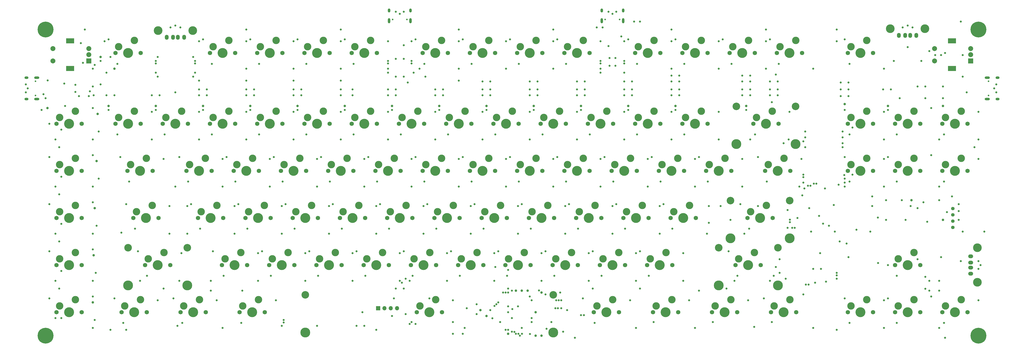
<source format=gts>
%TF.GenerationSoftware,KiCad,Pcbnew,(5.1.10)-1*%
%TF.CreationDate,2021-11-05T23:24:13-04:00*%
%TF.ProjectId,custom_keyboard (f303),63757374-6f6d-45f6-9b65-79626f617264,rev?*%
%TF.SameCoordinates,Original*%
%TF.FileFunction,Soldermask,Top*%
%TF.FilePolarity,Negative*%
%FSLAX46Y46*%
G04 Gerber Fmt 4.6, Leading zero omitted, Abs format (unit mm)*
G04 Created by KiCad (PCBNEW (5.1.10)-1) date 2021-11-05 23:24:13*
%MOMM*%
%LPD*%
G01*
G04 APERTURE LIST*
%ADD10C,3.000000*%
%ADD11C,1.750000*%
%ADD12C,4.000000*%
%ADD13C,3.048000*%
%ADD14C,3.987800*%
%ADD15C,1.000000*%
%ADD16O,1.700000X1.700000*%
%ADD17R,1.700000X1.700000*%
%ADD18C,0.650000*%
%ADD19O,2.100000X1.000000*%
%ADD20O,1.600000X1.000000*%
%ADD21C,3.500000*%
%ADD22O,1.500000X2.000000*%
%ADD23O,1.000000X2.100000*%
%ADD24O,1.000000X1.600000*%
%ADD25O,2.000000X1.500000*%
%ADD26R,2.000000X2.000000*%
%ADD27C,2.000000*%
%ADD28R,3.200000X2.000000*%
%ADD29C,1.397000*%
%ADD30C,6.400000*%
%ADD31C,0.800000*%
G04 APERTURE END LIST*
D10*
%TO.C,MX84*%
X308114500Y-267952800D03*
X301764500Y-270492800D03*
D11*
X310654500Y-273032800D03*
X300494500Y-273032800D03*
D12*
X305574500Y-273032800D03*
%TD*%
D10*
%TO.C,MX14*%
X410501800Y-163184400D03*
X404151800Y-165724400D03*
D11*
X413041800Y-168264400D03*
X402881800Y-168264400D03*
D12*
X407961800Y-168264400D03*
%TD*%
D13*
%TO.C,MX64*%
X379421100Y-227950200D03*
X355545100Y-227950200D03*
D14*
X379421100Y-243190200D03*
X355545100Y-243190200D03*
D10*
X370023100Y-229855200D03*
X363673100Y-232395200D03*
D11*
X372563100Y-234935200D03*
X362403100Y-234935200D03*
D12*
X367483100Y-234935200D03*
%TD*%
D13*
%TO.C,MX83*%
X284135050Y-266073200D03*
D14*
X284135050Y-281313200D03*
D13*
X184135250Y-266073200D03*
D14*
X184135250Y-281313200D03*
D10*
X236681500Y-267952800D03*
X230331500Y-270492800D03*
D11*
X239221500Y-273032800D03*
X229061500Y-273032800D03*
D12*
X234141500Y-273032800D03*
%TD*%
D15*
%TO.C,BOOT1*%
X279382400Y-265095800D03*
%TD*%
%TO.C,BOOT0*%
X265889500Y-281763500D03*
%TD*%
D16*
%TO.C,J1*%
X221125300Y-271445400D03*
X218585300Y-271445400D03*
X216045300Y-271445400D03*
D17*
X213505300Y-271445400D03*
%TD*%
D15*
%TO.C,X2*%
X254777700Y-272239100D03*
%TD*%
%TO.C,X1*%
X257158800Y-274620200D03*
%TD*%
%TO.C,BKL5*%
X107149500Y-174614000D03*
%TD*%
%TO.C,5-7*%
X428598000Y-227791900D03*
%TD*%
%TO.C,1-4*%
X441297200Y-235728900D03*
%TD*%
%TO.C,ENCB2*%
X271445400Y-264302100D03*
%TD*%
%TO.C,COL1*%
X104768400Y-189694300D03*
%TD*%
%TO.C,COL2*%
X123817200Y-189694300D03*
%TD*%
%TO.C,COL14*%
X361927200Y-189694300D03*
%TD*%
%TO.C,KSDA1*%
X277001300Y-282557200D03*
%TD*%
%TO.C,KSCL1*%
X279382400Y-282557200D03*
%TD*%
%TO.C,BKL3*%
X277001300Y-273032800D03*
%TD*%
%TO.C,COL11*%
X295256400Y-189694300D03*
%TD*%
%TO.C,COL10*%
X276207600Y-189694300D03*
%TD*%
%TO.C,COL9*%
X257158800Y-189694300D03*
%TD*%
%TO.C,COL8*%
X238110000Y-189694300D03*
%TD*%
%TO.C,COL7*%
X219061200Y-189694300D03*
%TD*%
%TO.C,COL6*%
X200012400Y-189694300D03*
%TD*%
%TO.C,COL5*%
X180963600Y-189694300D03*
%TD*%
%TO.C,COL4*%
X161914800Y-189694300D03*
%TD*%
%TO.C,ENCB1*%
X273826500Y-264302100D03*
%TD*%
%TO.C,ENCA1*%
X269064300Y-264302100D03*
%TD*%
%TO.C,COL17*%
X441297200Y-189694300D03*
%TD*%
%TO.C,COL16*%
X419073600Y-189694300D03*
%TD*%
%TO.C,COL15*%
X401612200Y-188900600D03*
%TD*%
%TO.C,ROW0*%
X101593600Y-169851800D03*
%TD*%
%TO.C,ROW1*%
X100403050Y-192869100D03*
%TD*%
%TO.C,ROW2*%
X100006200Y-211917900D03*
%TD*%
%TO.C,ROW3*%
X99212500Y-230966700D03*
%TD*%
%TO.C,ROW4*%
X98815650Y-250015500D03*
%TD*%
%TO.C,ROW5*%
X98418800Y-269064300D03*
%TD*%
%TO.C,COL0*%
X80163700Y-190488000D03*
%TD*%
%TO.C,COL3*%
X142866000Y-189694300D03*
%TD*%
%TO.C,COL13*%
X333354000Y-189694300D03*
%TD*%
%TO.C,COL12*%
X314305200Y-189694300D03*
%TD*%
D10*
%TO.C,MX7*%
X258111400Y-163184400D03*
X251761400Y-165724400D03*
D11*
X260651400Y-168264400D03*
X250491400Y-168264400D03*
D12*
X255571400Y-168264400D03*
%TD*%
D10*
%TO.C,MX6*%
X239062600Y-163184400D03*
X232712600Y-165724400D03*
D11*
X241602600Y-168264400D03*
X231442600Y-168264400D03*
D12*
X236522600Y-168264400D03*
%TD*%
D18*
%TO.C,USB2*%
X75301900Y-179661000D03*
X75301900Y-185441000D03*
D19*
X75831900Y-186871000D03*
X75831900Y-178231000D03*
D20*
X71651900Y-186871000D03*
X71651900Y-178231000D03*
%TD*%
D21*
%TO.C,USB3*%
X124754200Y-159204800D03*
D22*
X135254200Y-161914800D03*
X132754200Y-161914800D03*
X130754200Y-161914800D03*
D21*
X138754200Y-159204800D03*
D22*
X128254200Y-161914800D03*
%TD*%
D21*
%TO.C,USB6*%
X420010600Y-158411100D03*
D22*
X430510600Y-161121100D03*
X428010600Y-161121100D03*
X426010600Y-161121100D03*
D21*
X434010600Y-158411100D03*
D22*
X423510600Y-161121100D03*
%TD*%
D10*
%TO.C,MX78*%
X429550600Y-248904000D03*
X423200600Y-251444000D03*
D11*
X432090600Y-253984000D03*
X421930600Y-253984000D03*
D12*
X427010600Y-253984000D03*
%TD*%
D10*
%TO.C,MX19*%
X172391800Y-191757600D03*
X166041800Y-194297600D03*
D11*
X174931800Y-196837600D03*
X164771800Y-196837600D03*
D12*
X169851800Y-196837600D03*
%TD*%
D18*
%TO.C,USB1*%
X225126000Y-154671900D03*
X219346000Y-154671900D03*
D23*
X217916000Y-155201900D03*
X226556000Y-155201900D03*
D24*
X217916000Y-151021900D03*
X226556000Y-151021900D03*
%TD*%
D21*
%TO.C,USB4*%
X455119000Y-246984000D03*
D25*
X452409000Y-257484000D03*
X452409000Y-254984000D03*
X452409000Y-252984000D03*
D21*
X455119000Y-260984000D03*
D25*
X452409000Y-250484000D03*
%TD*%
D10*
%TO.C,MX32*%
X448599400Y-191757600D03*
X442249400Y-194297600D03*
D11*
X451139400Y-196837600D03*
X440979400Y-196837600D03*
D12*
X446059400Y-196837600D03*
%TD*%
D18*
%TO.C,USB7*%
X459651900Y-185441000D03*
X459651900Y-179661000D03*
D19*
X459121900Y-178231000D03*
X459121900Y-186871000D03*
D20*
X463301900Y-178231000D03*
X463301900Y-186871000D03*
%TD*%
D26*
%TO.C,ROT1*%
X96831400Y-171439200D03*
D27*
X96831400Y-168939200D03*
X96831400Y-166439200D03*
D28*
X89331400Y-174539200D03*
X89331400Y-163339200D03*
D27*
X82331400Y-171439200D03*
X82331400Y-166439200D03*
%TD*%
D26*
%TO.C,ROT2*%
X452409000Y-171439200D03*
D27*
X452409000Y-168939200D03*
X452409000Y-166439200D03*
D28*
X444909000Y-174539200D03*
X444909000Y-163339200D03*
D27*
X437909000Y-171439200D03*
X437909000Y-166439200D03*
%TD*%
D18*
%TO.C,USB5*%
X310845600Y-154671900D03*
X305065600Y-154671900D03*
D23*
X303635600Y-155201900D03*
X312275600Y-155201900D03*
D24*
X303635600Y-151021900D03*
X312275600Y-151021900D03*
%TD*%
D29*
%TO.C,OL1*%
X445265700Y-238745200D03*
X445265700Y-236205200D03*
X445265700Y-233665200D03*
X445265700Y-231125200D03*
%TD*%
D10*
%TO.C,MX1*%
X115245400Y-163184400D03*
X108895400Y-165724400D03*
D11*
X117785400Y-168264400D03*
X107625400Y-168264400D03*
D12*
X112705400Y-168264400D03*
%TD*%
D10*
%TO.C,MX2*%
X153343000Y-163184400D03*
X146993000Y-165724400D03*
D11*
X155883000Y-168264400D03*
X145723000Y-168264400D03*
D12*
X150803000Y-168264400D03*
%TD*%
D10*
%TO.C,MX3*%
X172391800Y-163184400D03*
X166041800Y-165724400D03*
D11*
X174931800Y-168264400D03*
X164771800Y-168264400D03*
D12*
X169851800Y-168264400D03*
%TD*%
D10*
%TO.C,MX4*%
X191440600Y-163184400D03*
X185090600Y-165724400D03*
D11*
X193980600Y-168264400D03*
X183820600Y-168264400D03*
D12*
X188900600Y-168264400D03*
%TD*%
D10*
%TO.C,MX5*%
X210489400Y-163184400D03*
X204139400Y-165724400D03*
D11*
X213029400Y-168264400D03*
X202869400Y-168264400D03*
D12*
X207949400Y-168264400D03*
%TD*%
D10*
%TO.C,MX8*%
X277160200Y-163184400D03*
X270810200Y-165724400D03*
D11*
X279700200Y-168264400D03*
X269540200Y-168264400D03*
D12*
X274620200Y-168264400D03*
%TD*%
D10*
%TO.C,MX9*%
X296209000Y-163184400D03*
X289859000Y-165724400D03*
D11*
X298749000Y-168264400D03*
X288589000Y-168264400D03*
D12*
X293669000Y-168264400D03*
%TD*%
D10*
%TO.C,MX10*%
X324782200Y-163184400D03*
X318432200Y-165724400D03*
D11*
X327322200Y-168264400D03*
X317162200Y-168264400D03*
D12*
X322242200Y-168264400D03*
%TD*%
D10*
%TO.C,MX11*%
X343831000Y-163184400D03*
X337481000Y-165724400D03*
D11*
X346371000Y-168264400D03*
X336211000Y-168264400D03*
D12*
X341291000Y-168264400D03*
%TD*%
D10*
%TO.C,MX12*%
X362879800Y-163184400D03*
X356529800Y-165724400D03*
D11*
X365419800Y-168264400D03*
X355259800Y-168264400D03*
D12*
X360339800Y-168264400D03*
%TD*%
D10*
%TO.C,MX13*%
X381928600Y-163184400D03*
X375578600Y-165724400D03*
D11*
X384468600Y-168264400D03*
X374308600Y-168264400D03*
D12*
X379388600Y-168264400D03*
%TD*%
D10*
%TO.C,MX15*%
X91434400Y-191757600D03*
X85084400Y-194297600D03*
D11*
X93974400Y-196837600D03*
X83814400Y-196837600D03*
D12*
X88894400Y-196837600D03*
%TD*%
D10*
%TO.C,MX16*%
X115245400Y-191757600D03*
X108895400Y-194297600D03*
D11*
X117785400Y-196837600D03*
X107625400Y-196837600D03*
D12*
X112705400Y-196837600D03*
%TD*%
D10*
%TO.C,MX17*%
X134294200Y-191757600D03*
X127944200Y-194297600D03*
D11*
X136834200Y-196837600D03*
X126674200Y-196837600D03*
D12*
X131754200Y-196837600D03*
%TD*%
D10*
%TO.C,MX18*%
X153343000Y-191757600D03*
X146993000Y-194297600D03*
D11*
X155883000Y-196837600D03*
X145723000Y-196837600D03*
D12*
X150803000Y-196837600D03*
%TD*%
D10*
%TO.C,MX20*%
X191440600Y-191757600D03*
X185090600Y-194297600D03*
D11*
X193980600Y-196837600D03*
X183820600Y-196837600D03*
D12*
X188900600Y-196837600D03*
%TD*%
D10*
%TO.C,MX21*%
X210489400Y-191757600D03*
X204139400Y-194297600D03*
D11*
X213029400Y-196837600D03*
X202869400Y-196837600D03*
D12*
X207949400Y-196837600D03*
%TD*%
D10*
%TO.C,MX22*%
X229538200Y-191757600D03*
X223188200Y-194297600D03*
D11*
X232078200Y-196837600D03*
X221918200Y-196837600D03*
D12*
X226998200Y-196837600D03*
%TD*%
D10*
%TO.C,MX23*%
X248587000Y-191757600D03*
X242237000Y-194297600D03*
D11*
X251127000Y-196837600D03*
X240967000Y-196837600D03*
D12*
X246047000Y-196837600D03*
%TD*%
D10*
%TO.C,MX24*%
X267635800Y-191757600D03*
X261285800Y-194297600D03*
D11*
X270175800Y-196837600D03*
X260015800Y-196837600D03*
D12*
X265095800Y-196837600D03*
%TD*%
D10*
%TO.C,MX25*%
X286684600Y-191757600D03*
X280334600Y-194297600D03*
D11*
X289224600Y-196837600D03*
X279064600Y-196837600D03*
D12*
X284144600Y-196837600D03*
%TD*%
D10*
%TO.C,MX26*%
X305733400Y-191757600D03*
X299383400Y-194297600D03*
D11*
X308273400Y-196837600D03*
X298113400Y-196837600D03*
D12*
X303193400Y-196837600D03*
%TD*%
D10*
%TO.C,MX27*%
X324782200Y-191757600D03*
X318432200Y-194297600D03*
D11*
X327322200Y-196837600D03*
X317162200Y-196837600D03*
D12*
X322242200Y-196837600D03*
%TD*%
D10*
%TO.C,MX28*%
X343831000Y-191757600D03*
X337481000Y-194297600D03*
D11*
X346371000Y-196837600D03*
X336211000Y-196837600D03*
D12*
X341291000Y-196837600D03*
%TD*%
D13*
%TO.C,MX29*%
X381802200Y-189852600D03*
D14*
X381802200Y-205092600D03*
X357926200Y-205092600D03*
D13*
X357926200Y-189852600D03*
D10*
X372404200Y-191757600D03*
X366054200Y-194297600D03*
D11*
X374944200Y-196837600D03*
X364784200Y-196837600D03*
D12*
X369864200Y-196837600D03*
%TD*%
D10*
%TO.C,MX30*%
X410501800Y-191757600D03*
X404151800Y-194297600D03*
D11*
X413041800Y-196837600D03*
X402881800Y-196837600D03*
D12*
X407961800Y-196837600D03*
%TD*%
D10*
%TO.C,MX31*%
X429550600Y-191757600D03*
X423200600Y-194297600D03*
D11*
X432090600Y-196837600D03*
X421930600Y-196837600D03*
D12*
X427010600Y-196837600D03*
%TD*%
D10*
%TO.C,MX33*%
X91434400Y-210806400D03*
X85084400Y-213346400D03*
D11*
X93974400Y-215886400D03*
X83814400Y-215886400D03*
D12*
X88894400Y-215886400D03*
%TD*%
D10*
%TO.C,MX34*%
X120007600Y-210806400D03*
X113657600Y-213346400D03*
D11*
X122547600Y-215886400D03*
X112387600Y-215886400D03*
D12*
X117467600Y-215886400D03*
%TD*%
D10*
%TO.C,MX35*%
X143818600Y-210806400D03*
X137468600Y-213346400D03*
D11*
X146358600Y-215886400D03*
X136198600Y-215886400D03*
D12*
X141278600Y-215886400D03*
%TD*%
D10*
%TO.C,MX36*%
X162867400Y-210806400D03*
X156517400Y-213346400D03*
D11*
X165407400Y-215886400D03*
X155247400Y-215886400D03*
D12*
X160327400Y-215886400D03*
%TD*%
D10*
%TO.C,MX37*%
X181916200Y-210806400D03*
X175566200Y-213346400D03*
D11*
X184456200Y-215886400D03*
X174296200Y-215886400D03*
D12*
X179376200Y-215886400D03*
%TD*%
D10*
%TO.C,MX38*%
X200965000Y-210806400D03*
X194615000Y-213346400D03*
D11*
X203505000Y-215886400D03*
X193345000Y-215886400D03*
D12*
X198425000Y-215886400D03*
%TD*%
D10*
%TO.C,MX39*%
X220013800Y-210806400D03*
X213663800Y-213346400D03*
D11*
X222553800Y-215886400D03*
X212393800Y-215886400D03*
D12*
X217473800Y-215886400D03*
%TD*%
D10*
%TO.C,MX40*%
X239062600Y-210806400D03*
X232712600Y-213346400D03*
D11*
X241602600Y-215886400D03*
X231442600Y-215886400D03*
D12*
X236522600Y-215886400D03*
%TD*%
D10*
%TO.C,MX41*%
X258111400Y-210806400D03*
X251761400Y-213346400D03*
D11*
X260651400Y-215886400D03*
X250491400Y-215886400D03*
D12*
X255571400Y-215886400D03*
%TD*%
D10*
%TO.C,MX42*%
X277160200Y-210806400D03*
X270810200Y-213346400D03*
D11*
X279700200Y-215886400D03*
X269540200Y-215886400D03*
D12*
X274620200Y-215886400D03*
%TD*%
D10*
%TO.C,MX43*%
X296209000Y-210806400D03*
X289859000Y-213346400D03*
D11*
X298749000Y-215886400D03*
X288589000Y-215886400D03*
D12*
X293669000Y-215886400D03*
%TD*%
D10*
%TO.C,MX45*%
X334306600Y-210806400D03*
X327956600Y-213346400D03*
D11*
X336846600Y-215886400D03*
X326686600Y-215886400D03*
D12*
X331766600Y-215886400D03*
%TD*%
D10*
%TO.C,MX46*%
X353355400Y-210806400D03*
X347005400Y-213346400D03*
D11*
X355895400Y-215886400D03*
X345735400Y-215886400D03*
D12*
X350815400Y-215886400D03*
%TD*%
D10*
%TO.C,MX48*%
X410501800Y-210806400D03*
X404151800Y-213346400D03*
D11*
X413041800Y-215886400D03*
X402881800Y-215886400D03*
D12*
X407961800Y-215886400D03*
%TD*%
D10*
%TO.C,MX49*%
X429550600Y-210806400D03*
X423200600Y-213346400D03*
D11*
X432090600Y-215886400D03*
X421930600Y-215886400D03*
D12*
X427010600Y-215886400D03*
%TD*%
D10*
%TO.C,MX51*%
X91434400Y-229855200D03*
X85084400Y-232395200D03*
D11*
X93974400Y-234935200D03*
X83814400Y-234935200D03*
D12*
X88894400Y-234935200D03*
%TD*%
D10*
%TO.C,MX52*%
X122388700Y-229855200D03*
X116038700Y-232395200D03*
D11*
X124928700Y-234935200D03*
X114768700Y-234935200D03*
D12*
X119848700Y-234935200D03*
%TD*%
D10*
%TO.C,MX53*%
X148522500Y-229855200D03*
X142172500Y-232395200D03*
D11*
X151062500Y-234935200D03*
X140902500Y-234935200D03*
D12*
X145982500Y-234935200D03*
%TD*%
D10*
%TO.C,MX54*%
X167629600Y-229855200D03*
X161279600Y-232395200D03*
D11*
X170169600Y-234935200D03*
X160009600Y-234935200D03*
D12*
X165089600Y-234935200D03*
%TD*%
D10*
%TO.C,MX55*%
X186678400Y-229855200D03*
X180328400Y-232395200D03*
D11*
X189218400Y-234935200D03*
X179058400Y-234935200D03*
D12*
X184138400Y-234935200D03*
%TD*%
D10*
%TO.C,MX56*%
X205727200Y-229855200D03*
X199377200Y-232395200D03*
D11*
X208267200Y-234935200D03*
X198107200Y-234935200D03*
D12*
X203187200Y-234935200D03*
%TD*%
D10*
%TO.C,MX57*%
X224776000Y-229855200D03*
X218426000Y-232395200D03*
D11*
X227316000Y-234935200D03*
X217156000Y-234935200D03*
D12*
X222236000Y-234935200D03*
%TD*%
D10*
%TO.C,MX59*%
X262873600Y-229855200D03*
X256523600Y-232395200D03*
D11*
X265413600Y-234935200D03*
X255253600Y-234935200D03*
D12*
X260333600Y-234935200D03*
%TD*%
D10*
%TO.C,MX60*%
X281922400Y-229855200D03*
X275572400Y-232395200D03*
D11*
X284462400Y-234935200D03*
X274302400Y-234935200D03*
D12*
X279382400Y-234935200D03*
%TD*%
D10*
%TO.C,MX61*%
X300971200Y-229855200D03*
X294621200Y-232395200D03*
D11*
X303511200Y-234935200D03*
X293351200Y-234935200D03*
D12*
X298431200Y-234935200D03*
%TD*%
D10*
%TO.C,MX63*%
X339068800Y-229855200D03*
X332718800Y-232395200D03*
D11*
X341608800Y-234935200D03*
X331448800Y-234935200D03*
D12*
X336528800Y-234935200D03*
%TD*%
D10*
%TO.C,MX65*%
X91434400Y-248904000D03*
X85084400Y-251444000D03*
D11*
X93974400Y-253984000D03*
X83814400Y-253984000D03*
D12*
X88894400Y-253984000D03*
%TD*%
D13*
%TO.C,MX66*%
X136548900Y-246999000D03*
X112672900Y-246999000D03*
D14*
X136548900Y-262239000D03*
X112672900Y-262239000D03*
D10*
X127150900Y-248904000D03*
X120800900Y-251444000D03*
D11*
X129690900Y-253984000D03*
X119530900Y-253984000D03*
D12*
X124610900Y-253984000D03*
%TD*%
D10*
%TO.C,MX67*%
X158105200Y-248904000D03*
X151755200Y-251444000D03*
D11*
X160645200Y-253984000D03*
X150485200Y-253984000D03*
D12*
X155565200Y-253984000D03*
%TD*%
D10*
%TO.C,MX68*%
X177154000Y-248904000D03*
X170804000Y-251444000D03*
D11*
X179694000Y-253984000D03*
X169534000Y-253984000D03*
D12*
X174614000Y-253984000D03*
%TD*%
D10*
%TO.C,MX69*%
X196202800Y-248904000D03*
X189852800Y-251444000D03*
D11*
X198742800Y-253984000D03*
X188582800Y-253984000D03*
D12*
X193662800Y-253984000D03*
%TD*%
D10*
%TO.C,MX70*%
X215251600Y-248904000D03*
X208901600Y-251444000D03*
D11*
X217791600Y-253984000D03*
X207631600Y-253984000D03*
D12*
X212711600Y-253984000D03*
%TD*%
D10*
%TO.C,MX71*%
X234300400Y-248904000D03*
X227950400Y-251444000D03*
D11*
X236840400Y-253984000D03*
X226680400Y-253984000D03*
D12*
X231760400Y-253984000D03*
%TD*%
D10*
%TO.C,MX72*%
X253349200Y-248904000D03*
X246999200Y-251444000D03*
D11*
X255889200Y-253984000D03*
X245729200Y-253984000D03*
D12*
X250809200Y-253984000D03*
%TD*%
D10*
%TO.C,MX73*%
X272398000Y-248904000D03*
X266048000Y-251444000D03*
D11*
X274938000Y-253984000D03*
X264778000Y-253984000D03*
D12*
X269858000Y-253984000D03*
%TD*%
D10*
%TO.C,MX74*%
X291446800Y-248904000D03*
X285096800Y-251444000D03*
D11*
X293986800Y-253984000D03*
X283826800Y-253984000D03*
D12*
X288906800Y-253984000D03*
%TD*%
D10*
%TO.C,MX75*%
X310495600Y-248904000D03*
X304145600Y-251444000D03*
D11*
X313035600Y-253984000D03*
X302875600Y-253984000D03*
D12*
X307955600Y-253984000D03*
%TD*%
D10*
%TO.C,MX76*%
X329544400Y-248904000D03*
X323194400Y-251444000D03*
D11*
X332084400Y-253984000D03*
X321924400Y-253984000D03*
D12*
X327004400Y-253984000D03*
%TD*%
%TO.C,MX77*%
X362720900Y-253984000D03*
D11*
X357640900Y-253984000D03*
X367800900Y-253984000D03*
D10*
X358910900Y-251444000D03*
X365260900Y-248904000D03*
D14*
X350814650Y-262239000D03*
X374690650Y-262239000D03*
D13*
X350814650Y-246999000D03*
X374690650Y-246999000D03*
%TD*%
D10*
%TO.C,MX79*%
X91434400Y-267952800D03*
X85084400Y-270492800D03*
D11*
X93974400Y-273032800D03*
X83814400Y-273032800D03*
D12*
X88894400Y-273032800D03*
%TD*%
D10*
%TO.C,MX80*%
X117626500Y-267952800D03*
X111276500Y-270492800D03*
D11*
X120166500Y-273032800D03*
X110006500Y-273032800D03*
D12*
X115086500Y-273032800D03*
%TD*%
D10*
%TO.C,MX81*%
X141437500Y-267952800D03*
X135087500Y-270492800D03*
D11*
X143977500Y-273032800D03*
X133817500Y-273032800D03*
D12*
X138897500Y-273032800D03*
%TD*%
D10*
%TO.C,MX82*%
X165248500Y-267952800D03*
X158898500Y-270492800D03*
D11*
X167788500Y-273032800D03*
X157628500Y-273032800D03*
D12*
X162708500Y-273032800D03*
%TD*%
D10*
%TO.C,MX85*%
X331925500Y-267952800D03*
X325575500Y-270492800D03*
D11*
X334465500Y-273032800D03*
X324305500Y-273032800D03*
D12*
X329385500Y-273032800D03*
%TD*%
D10*
%TO.C,MX86*%
X355736500Y-267952800D03*
X349386500Y-270492800D03*
D11*
X358276500Y-273032800D03*
X348116500Y-273032800D03*
D12*
X353196500Y-273032800D03*
%TD*%
D10*
%TO.C,MX89*%
X429550600Y-267952800D03*
X423200600Y-270492800D03*
D11*
X432090600Y-273032800D03*
X421930600Y-273032800D03*
D12*
X427010600Y-273032800D03*
%TD*%
D10*
%TO.C,MX47*%
X377166400Y-210806400D03*
X370816400Y-213346400D03*
D11*
X379706400Y-215886400D03*
X369546400Y-215886400D03*
D12*
X374626400Y-215886400D03*
%TD*%
D10*
%TO.C,MX44*%
X315257800Y-210806400D03*
X308907800Y-213346400D03*
D11*
X317797800Y-215886400D03*
X307637800Y-215886400D03*
D12*
X312717800Y-215886400D03*
%TD*%
D30*
%TO.C,H1*%
X79370000Y-158740000D03*
%TD*%
%TO.C,H2*%
X79370000Y-282557200D03*
%TD*%
%TO.C,H3*%
X455583800Y-158740000D03*
%TD*%
%TO.C,H4*%
X455583800Y-282557200D03*
%TD*%
D10*
%TO.C,MX88*%
X410501800Y-267952800D03*
X404151800Y-270492800D03*
D11*
X413041800Y-273032800D03*
X402881800Y-273032800D03*
D12*
X407961800Y-273032800D03*
%TD*%
D10*
%TO.C,MX87*%
X379547500Y-267952800D03*
X373197500Y-270492800D03*
D11*
X382087500Y-273032800D03*
X371927500Y-273032800D03*
D12*
X377007500Y-273032800D03*
%TD*%
D10*
%TO.C,MX50*%
X448599400Y-210806400D03*
X442249400Y-213346400D03*
D11*
X451139400Y-215886400D03*
X440979400Y-215886400D03*
D12*
X446059400Y-215886400D03*
%TD*%
D10*
%TO.C,MX90*%
X448599400Y-267952800D03*
X442249400Y-270492800D03*
D11*
X451139400Y-273032800D03*
X440979400Y-273032800D03*
D12*
X446059400Y-273032800D03*
%TD*%
D10*
%TO.C,MX58*%
X243824800Y-229855200D03*
X237474800Y-232395200D03*
D11*
X246364800Y-234935200D03*
X236204800Y-234935200D03*
D12*
X241284800Y-234935200D03*
%TD*%
D10*
%TO.C,MX62*%
X320020000Y-229855200D03*
X313670000Y-232395200D03*
D11*
X322560000Y-234935200D03*
X312400000Y-234935200D03*
D12*
X317480000Y-234935200D03*
%TD*%
D31*
X141675450Y-239300550D03*
X260333600Y-260333600D03*
X348434300Y-277001300D03*
X324623300Y-277001300D03*
X383357100Y-222236000D03*
X265889500Y-255968250D03*
X99212500Y-173026600D03*
X306765050Y-170248650D03*
X309146150Y-170248650D03*
X306765050Y-173423450D03*
X309146150Y-173423450D03*
X435741300Y-264302100D03*
X439709800Y-264302100D03*
X375420100Y-251602900D03*
X174614000Y-278588700D03*
X353990200Y-263508400D03*
X440503500Y-250809200D03*
X430979100Y-251602900D03*
X83338500Y-222236000D03*
X296050100Y-267476900D03*
X146040800Y-260333600D03*
X117467600Y-260333600D03*
X361133500Y-241284800D03*
X83338500Y-241284800D03*
X83338500Y-260333600D03*
X83338500Y-275413900D03*
X146040800Y-264302100D03*
X126992000Y-263508400D03*
X98418800Y-260333600D03*
X83338500Y-203187200D03*
X84925900Y-263508400D03*
X84925900Y-244459600D03*
X84925900Y-225410800D03*
X84925900Y-206362000D03*
X198425000Y-179376200D03*
X179376200Y-179376200D03*
X160327400Y-179376200D03*
X141278600Y-179376200D03*
X105562100Y-169851800D03*
X203584050Y-172629750D03*
X146437650Y-172629750D03*
X358355550Y-258349350D03*
X363117750Y-239300550D03*
X422645250Y-258349350D03*
X120245550Y-258349350D03*
X108340050Y-172629750D03*
X441694050Y-277398150D03*
X422645250Y-277398150D03*
X403596450Y-277398150D03*
X158343150Y-277398150D03*
X284541450Y-258349350D03*
X303590250Y-258349350D03*
X322639050Y-258349350D03*
X371451600Y-260333600D03*
X246443850Y-258349350D03*
X227395050Y-258349350D03*
X208346250Y-258349350D03*
X189297450Y-258349350D03*
X170248650Y-258349350D03*
X151199850Y-258349350D03*
X251206050Y-220251750D03*
X246047000Y-222236000D03*
X232157250Y-220251750D03*
X226998200Y-222236000D03*
X213108450Y-220251750D03*
X207949400Y-222236000D03*
X194059650Y-220251750D03*
X188900600Y-222236000D03*
X175010850Y-220251750D03*
X169851800Y-222236000D03*
X155962050Y-220251750D03*
X150803000Y-222236000D03*
X136913250Y-220251750D03*
X131754200Y-222236000D03*
X113102250Y-220251750D03*
X109927450Y-240887950D03*
X115483350Y-239300550D03*
X129373100Y-241284800D03*
X360339800Y-222236000D03*
X265095800Y-222236000D03*
X270254850Y-220251750D03*
X284144600Y-222236000D03*
X289303650Y-220251750D03*
X303193400Y-222236000D03*
X308352450Y-220251750D03*
X322242200Y-222236000D03*
X327401250Y-220251750D03*
X346450050Y-220251750D03*
X341291000Y-222236000D03*
X370261050Y-220251750D03*
X417486200Y-222236000D03*
X422645250Y-220251750D03*
X439709800Y-222236000D03*
X441694050Y-220251750D03*
X453996400Y-206362000D03*
X455583800Y-203187200D03*
X441694050Y-201202950D03*
X439709800Y-203187200D03*
X422645250Y-201202950D03*
X417486200Y-203187200D03*
X146437650Y-201202950D03*
X365498850Y-201202950D03*
X350815400Y-203187200D03*
X336925650Y-201202950D03*
X331766600Y-203187200D03*
X317876850Y-201202950D03*
X312717800Y-203187200D03*
X298828050Y-201202950D03*
X293669000Y-203187200D03*
X279779250Y-201202950D03*
X274620200Y-203187200D03*
X260730450Y-201202950D03*
X255571400Y-203187200D03*
X241681650Y-201202950D03*
X236522600Y-203187200D03*
X222632850Y-201202950D03*
X203584050Y-201202950D03*
X217473800Y-203187200D03*
X198425000Y-203187200D03*
X184535250Y-201202950D03*
X179376200Y-203187200D03*
X165486450Y-201202950D03*
X160327400Y-203187200D03*
X141278600Y-203187200D03*
X127388850Y-201202950D03*
X122229800Y-203187200D03*
X108340050Y-201202950D03*
X403596450Y-172629750D03*
X375023250Y-172629750D03*
X198425000Y-174614000D03*
X184535250Y-172629750D03*
X179376200Y-174614000D03*
X165486450Y-172629750D03*
X160327400Y-174614000D03*
X331766600Y-174614000D03*
X317876850Y-172629750D03*
X350815400Y-174614000D03*
X336925650Y-172629750D03*
X369864200Y-174614000D03*
X355974450Y-172629750D03*
X284144600Y-174614000D03*
X289303650Y-172629750D03*
X265095800Y-174614000D03*
X270254850Y-172629750D03*
X251206050Y-172629750D03*
X232157250Y-172629750D03*
X246047000Y-174614000D03*
X110721150Y-277398150D03*
X134532150Y-277398150D03*
X373832700Y-254777700D03*
X160724250Y-239300550D03*
X179773050Y-239300550D03*
X198821850Y-239300550D03*
X217870650Y-239300550D03*
X236919450Y-239300550D03*
X255968250Y-239300550D03*
X275017050Y-239300550D03*
X294065850Y-239300550D03*
X313114650Y-239300550D03*
X332163450Y-239300550D03*
X403199600Y-250809200D03*
X439709800Y-279382400D03*
X417486200Y-279382400D03*
X388913000Y-279382400D03*
X365102000Y-278985550D03*
X341291000Y-279382400D03*
X317480000Y-279382400D03*
X150803000Y-279382400D03*
X98418800Y-279382400D03*
X98418800Y-222236000D03*
X346053200Y-241284800D03*
X327004400Y-241284800D03*
X307955600Y-241284800D03*
X288906800Y-241284800D03*
X269858000Y-241284800D03*
X250809200Y-241284800D03*
X231760400Y-241284800D03*
X212711600Y-241284800D03*
X193662800Y-241284800D03*
X174614000Y-241284800D03*
X155565200Y-241284800D03*
X136516400Y-241284800D03*
X98418800Y-241284800D03*
X133341600Y-260333600D03*
X165089600Y-260333600D03*
X336528800Y-260333600D03*
X317480000Y-260333600D03*
X298431200Y-260333600D03*
X222236000Y-260333600D03*
X203187200Y-260333600D03*
X184138400Y-260333600D03*
X246047000Y-158740000D03*
X284144600Y-158740000D03*
X160327400Y-158740000D03*
X198425000Y-158740000D03*
X331766600Y-158740000D03*
X369864200Y-158740000D03*
X398437400Y-158740000D03*
X438122400Y-169058100D03*
X357165000Y-260333600D03*
X395262600Y-238110000D03*
X230173000Y-174614000D03*
X412724000Y-230173000D03*
X411930300Y-240491100D03*
X402405900Y-245253300D03*
X415105100Y-253190300D03*
X433360200Y-228585600D03*
X288113100Y-280969800D03*
X442090900Y-283350900D03*
X79370000Y-186519500D03*
X80213900Y-179326000D03*
X303987100Y-157946300D03*
X406374400Y-239697400D03*
X434153900Y-186519500D03*
X441297200Y-186519500D03*
X423835800Y-186519500D03*
X434153900Y-181757300D03*
X447646800Y-235728900D03*
X435741300Y-260333600D03*
X439709800Y-260333600D03*
X228585600Y-277795000D03*
X243665900Y-277001300D03*
X363514600Y-203187200D03*
X98815650Y-185328950D03*
X372245300Y-277001300D03*
X87307000Y-189694300D03*
X427010600Y-165883300D03*
X289700500Y-272239100D03*
X316686300Y-155565200D03*
X448440500Y-155565200D03*
X447646800Y-229379300D03*
X442884600Y-232554100D03*
X439709800Y-227791900D03*
X447646800Y-232157250D03*
X283350900Y-277001300D03*
X265492650Y-258349350D03*
X274620200Y-266683200D03*
X98418800Y-203187200D03*
X388913000Y-174614000D03*
X265889500Y-263508400D03*
X280969800Y-265889500D03*
X224617100Y-273826500D03*
X219854900Y-267476900D03*
X389706700Y-261127300D03*
X403596450Y-220251750D03*
X403596450Y-201202950D03*
X355577600Y-235728900D03*
X366689400Y-230173000D03*
X404787000Y-217473800D03*
X404787000Y-198425000D03*
X262714700Y-277001300D03*
X397643700Y-240491100D03*
X85719600Y-218267500D03*
X85719600Y-199218700D03*
X85719600Y-237316300D03*
X85719600Y-256365100D03*
X85719600Y-275413900D03*
X241284800Y-260333600D03*
X275413900Y-277001300D03*
X286922550Y-265095800D03*
X448440500Y-252396600D03*
X247634400Y-281763500D03*
X243665900Y-281763500D03*
X260730450Y-254777700D03*
X188900600Y-278588700D03*
X204774600Y-278588700D03*
X220648600Y-170645500D03*
X220648600Y-177788800D03*
X223823400Y-177788800D03*
X223823400Y-170645500D03*
X86910150Y-180566750D03*
X92862900Y-185725800D03*
X223823400Y-165089600D03*
X226998200Y-163502200D03*
X303193400Y-174614000D03*
X217473800Y-174614000D03*
X449234200Y-169058100D03*
X279382400Y-260333600D03*
X226204500Y-260333600D03*
X424629500Y-227791900D03*
X281366650Y-279779250D03*
X207155700Y-273032800D03*
X219061200Y-274620200D03*
X412724000Y-226204500D03*
X388119300Y-240491100D03*
X444868850Y-226204500D03*
X391690950Y-249221800D03*
X132547900Y-278588700D03*
X232554100Y-177788800D03*
X124610900Y-169851800D03*
X124610900Y-177788800D03*
X138897500Y-169851800D03*
X138897500Y-177788800D03*
X131754200Y-184138400D03*
X430979100Y-181757300D03*
X122229800Y-192075400D03*
X141278600Y-192075400D03*
X160327400Y-192075400D03*
X179376200Y-192075400D03*
X198425000Y-192075400D03*
X217473800Y-192075400D03*
X236522600Y-192075400D03*
X255571400Y-192075400D03*
X274620200Y-192075400D03*
X293669000Y-192075400D03*
X312717800Y-192075400D03*
X331766600Y-192075400D03*
X350815400Y-192075400D03*
X379388600Y-192075400D03*
X300812300Y-277398150D03*
X292875300Y-283350900D03*
X384944500Y-265889500D03*
X417486200Y-174614000D03*
X234141500Y-267476900D03*
X441297200Y-181757300D03*
X97228250Y-183741550D03*
X98418800Y-181757300D03*
X141278600Y-182947850D03*
X144453400Y-182947850D03*
X141278600Y-185328950D03*
X144453400Y-185328950D03*
X163502200Y-185328950D03*
X160327400Y-185328950D03*
X160327400Y-182947850D03*
X163502200Y-182947850D03*
X182551000Y-182947850D03*
X182551000Y-185328950D03*
X179376200Y-185328950D03*
X179376200Y-182947850D03*
X217473800Y-185328950D03*
X220648600Y-185328950D03*
X239697400Y-185328950D03*
X236522600Y-185328950D03*
X258746200Y-185328950D03*
X255571400Y-185328950D03*
X277795000Y-185328950D03*
X296843800Y-185328950D03*
X274620200Y-185328950D03*
X293669000Y-185328950D03*
X331766600Y-185328950D03*
X315892600Y-185328950D03*
X334941400Y-185328950D03*
X312717800Y-185328950D03*
X360339800Y-185328950D03*
X363514600Y-185328950D03*
X371451600Y-185328950D03*
X374626400Y-185328950D03*
X217473800Y-182947850D03*
X220648600Y-182947850D03*
X236522600Y-182947850D03*
X239697400Y-182947850D03*
X255571400Y-182947850D03*
X277795000Y-182947850D03*
X274620200Y-182947850D03*
X258746200Y-182947850D03*
X296843800Y-182947850D03*
X293669000Y-182947850D03*
X312717800Y-182947850D03*
X334941400Y-182947850D03*
X315892600Y-182947850D03*
X331766600Y-182947850D03*
X360339800Y-182947850D03*
X363514600Y-182947850D03*
X371451600Y-182947850D03*
X374626400Y-182947850D03*
X374626400Y-179773050D03*
X331766600Y-179773050D03*
X371451600Y-179773050D03*
X315892600Y-179773050D03*
X334941400Y-179773050D03*
X312717800Y-179773050D03*
X360339800Y-179773050D03*
X363514600Y-179773050D03*
X420264150Y-182947850D03*
X417089350Y-182947850D03*
X394072050Y-260730450D03*
X392087800Y-255571400D03*
X388913000Y-255571400D03*
X198425000Y-185328950D03*
X203187200Y-185328950D03*
X198425000Y-182947850D03*
X203187200Y-182947850D03*
X378594900Y-231760400D03*
X384547650Y-225807650D03*
X387325600Y-230966700D03*
X378594900Y-238903700D03*
X346846900Y-230173000D03*
X346846900Y-236919450D03*
X351609100Y-230173000D03*
X243665900Y-268270600D03*
X417486200Y-192075400D03*
X150803000Y-211124200D03*
X169851800Y-211124200D03*
X188900600Y-211124200D03*
X207949400Y-211124200D03*
X226998200Y-211124200D03*
X246047000Y-211124200D03*
X265095800Y-211124200D03*
X284144600Y-211124200D03*
X303193400Y-211124200D03*
X322242200Y-211124200D03*
X341291000Y-211124200D03*
X360339800Y-211124200D03*
X417486200Y-211124200D03*
X455583800Y-192075400D03*
X455583800Y-211124200D03*
X141278600Y-163502200D03*
X160327400Y-163502200D03*
X179376200Y-163502200D03*
X198425000Y-163502200D03*
X217473800Y-163502200D03*
X246047000Y-163502200D03*
X265095800Y-163502200D03*
X284144600Y-163502200D03*
X303193400Y-163502200D03*
X312717800Y-163502200D03*
X331766600Y-163502200D03*
X350815400Y-163502200D03*
X369864200Y-163502200D03*
X398437400Y-163502200D03*
X136516400Y-230173000D03*
X155565200Y-230173000D03*
X174614000Y-230173000D03*
X193662800Y-230173000D03*
X212711600Y-230173000D03*
X231760400Y-230173000D03*
X250809200Y-230173000D03*
X269858000Y-230173000D03*
X288906800Y-230173000D03*
X307955600Y-230173000D03*
X327004400Y-230173000D03*
X317480000Y-249221800D03*
X298431200Y-249221800D03*
X279382400Y-249221800D03*
X260333600Y-249221800D03*
X241284800Y-249221800D03*
X222236000Y-249221800D03*
X203187200Y-249221800D03*
X184138400Y-249221800D03*
X165089600Y-249221800D03*
X134135300Y-249221800D03*
X129373100Y-230173000D03*
X126992000Y-211124200D03*
X384150800Y-211124200D03*
X124610900Y-268270600D03*
X148421900Y-268270600D03*
X172232900Y-268270600D03*
X338909900Y-268270600D03*
X362720900Y-268270600D03*
X417486200Y-268270600D03*
X455583800Y-268270600D03*
X315098900Y-268270600D03*
X98418800Y-266683200D03*
X98418800Y-247634400D03*
X98418800Y-228585600D03*
X98418800Y-209536800D03*
X98418800Y-190488000D03*
X103181000Y-163502200D03*
X95244000Y-158740000D03*
X336528800Y-249221800D03*
X399172300Y-221501100D03*
X428201150Y-230173000D03*
X430979100Y-230966700D03*
X249221800Y-271445400D03*
X253190300Y-269858000D03*
X253190300Y-273826500D03*
X418279900Y-227791900D03*
X382563400Y-234935200D03*
X378991750Y-203187200D03*
X384944500Y-203980900D03*
X265889500Y-270651700D03*
X265889500Y-273032800D03*
X400024800Y-180169900D03*
X403199600Y-180169900D03*
X403199600Y-185725800D03*
X400024800Y-185725800D03*
X403199600Y-182947850D03*
X400024800Y-182947850D03*
X122229800Y-185328950D03*
X125404600Y-185328950D03*
X103974700Y-185328950D03*
X107149500Y-185328950D03*
X293669000Y-179773050D03*
X274620200Y-179773050D03*
X258746200Y-179773050D03*
X296843800Y-179773050D03*
X255571400Y-179773050D03*
X277795000Y-179773050D03*
X246047000Y-179376200D03*
X363514600Y-177391950D03*
X360339800Y-177391950D03*
X334941400Y-177391950D03*
X331766600Y-177391950D03*
X399627950Y-244459600D03*
X414989297Y-234819397D03*
X418279900Y-235728900D03*
X434947600Y-236522600D03*
X267476900Y-275413900D03*
X267629898Y-271782800D03*
X397218900Y-229748200D03*
X391294100Y-234141500D03*
X426216900Y-235728900D03*
X129769950Y-157946300D03*
X133738450Y-157946300D03*
X425026350Y-157946300D03*
X428994850Y-157946300D03*
X222236000Y-152390400D03*
X220648600Y-151596700D03*
X223823400Y-151596700D03*
X306368200Y-151596700D03*
X309543000Y-151596700D03*
X427010600Y-157152600D03*
X462727100Y-180963600D03*
X462727100Y-184138400D03*
X71433000Y-184138400D03*
X71433000Y-180963600D03*
X455583800Y-255571400D03*
X455583800Y-252396600D03*
X461933400Y-182551000D03*
X307955600Y-152390400D03*
X131754200Y-157152600D03*
X72226700Y-182551000D03*
X456377500Y-253984000D03*
X258746200Y-272239100D03*
X123817200Y-191281700D03*
X133341600Y-210330500D03*
X138103800Y-229379300D03*
X130960500Y-267476900D03*
X259557769Y-275485740D03*
X146834500Y-248428100D03*
X107149500Y-267476900D03*
X116673900Y-248428100D03*
X111911700Y-229379300D03*
X109530600Y-210330500D03*
X104768400Y-191281700D03*
X104768400Y-162708500D03*
X248428100Y-279382400D03*
X166677000Y-248428100D03*
X157152600Y-229379300D03*
X152390400Y-210330500D03*
X142866000Y-191281700D03*
X142866000Y-162708500D03*
X158740000Y-264302100D03*
X260449403Y-270535897D03*
X100799900Y-219061200D03*
X384944500Y-217473800D03*
X269082394Y-281788020D03*
X401496397Y-217589603D03*
X375420100Y-257158800D03*
X99609350Y-257158800D03*
X270661666Y-282571206D03*
X398437400Y-257158800D03*
X421454700Y-171439200D03*
X101593600Y-171439200D03*
X226998200Y-171439200D03*
X217473800Y-171439200D03*
X432566500Y-171439200D03*
X123817200Y-171439200D03*
X139691200Y-171439200D03*
X303193400Y-171439200D03*
X312717800Y-171439200D03*
X264876846Y-280163449D03*
X100006200Y-238110000D03*
X270081897Y-281756422D03*
X175407700Y-276207600D03*
X99212500Y-276207600D03*
X226998200Y-277001300D03*
X271531898Y-281763500D03*
X373832700Y-176995100D03*
X372245300Y-188106900D03*
X385738200Y-206362000D03*
X400818500Y-206362000D03*
X401612200Y-222236000D03*
X385341350Y-223029700D03*
X434154726Y-263553870D03*
X434153900Y-258746200D03*
X80957400Y-210330500D03*
X80957400Y-229379300D03*
X80957400Y-248428100D03*
X80957400Y-267476900D03*
X80957400Y-196837600D03*
X274730350Y-281873650D03*
X161914800Y-162708500D03*
X161914800Y-191281700D03*
X171439200Y-210330500D03*
X176201400Y-229379300D03*
X185725800Y-248428100D03*
X261156511Y-269828789D03*
X204774600Y-248428100D03*
X195250200Y-229379300D03*
X190488000Y-210330500D03*
X180963600Y-191281700D03*
X180963600Y-162708500D03*
X261921000Y-269064300D03*
X223823400Y-248428100D03*
X214299000Y-229379300D03*
X209536800Y-210330500D03*
X200012400Y-191281700D03*
X200012400Y-162708500D03*
X223823400Y-263508400D03*
X263912357Y-265092101D03*
X242872200Y-248428100D03*
X233347800Y-229379300D03*
X228585600Y-210330500D03*
X219061200Y-191281700D03*
X228585600Y-162708500D03*
X264912314Y-265101592D03*
X261921000Y-248428100D03*
X252396600Y-229379300D03*
X247634400Y-210330500D03*
X238110000Y-191281700D03*
X247634400Y-162708500D03*
X265913884Y-265077857D03*
X267476900Y-280969800D03*
X268488619Y-280983387D03*
X94450300Y-172232900D03*
X440503500Y-169058100D03*
X93656600Y-164295900D03*
X386006900Y-261921000D03*
X296446950Y-274223350D03*
X387056900Y-261921000D03*
X295256400Y-274223350D03*
X207949400Y-278588700D03*
X436535000Y-190488000D03*
X436535000Y-209536800D03*
X436535000Y-266683200D03*
X284967503Y-271416197D03*
X419073600Y-267476900D03*
X419073600Y-210330500D03*
X419073600Y-191281700D03*
X419073600Y-253984000D03*
X286011820Y-271409324D03*
X100799900Y-200012400D03*
X265889500Y-280176100D03*
X385738200Y-200012400D03*
X400818500Y-200012400D03*
X280969800Y-248428100D03*
X271445400Y-229379300D03*
X266683200Y-210330500D03*
X257158800Y-191281700D03*
X266683200Y-162708500D03*
X267476900Y-264302100D03*
X285732000Y-162708500D03*
X276207600Y-191281700D03*
X285732000Y-210330500D03*
X290494200Y-229379300D03*
X300018600Y-248428100D03*
X300018600Y-263508400D03*
X319067400Y-248428100D03*
X309543000Y-229379300D03*
X304780800Y-210330500D03*
X295256400Y-191281700D03*
X314305200Y-162708500D03*
X319067400Y-263508400D03*
X278369746Y-264289449D03*
X333354000Y-162708500D03*
X314305200Y-191281700D03*
X323829600Y-210330500D03*
X328591800Y-229379300D03*
X285283210Y-268256179D03*
X342878400Y-210330500D03*
X333354000Y-191281700D03*
X352402800Y-162708500D03*
X342878400Y-264302100D03*
X286306746Y-268257949D03*
X354783900Y-248428100D03*
X359546100Y-229379300D03*
X361927200Y-191281700D03*
X366689400Y-210330500D03*
X371451600Y-162708500D03*
X369070500Y-267476900D03*
X287319400Y-268270600D03*
X287319400Y-271445400D03*
X401612200Y-267476900D03*
X401612200Y-162708500D03*
X401612200Y-191281700D03*
X401612200Y-210330500D03*
X442090900Y-168264400D03*
X98418800Y-174614000D03*
X123817200Y-172439203D03*
X139691200Y-172439203D03*
X226998200Y-172439203D03*
X217473800Y-172439203D03*
X303193400Y-172439203D03*
X312717800Y-172439203D03*
X385738200Y-202393500D03*
X400818500Y-202393500D03*
X384944500Y-218473803D03*
X401612200Y-219061200D03*
X373039000Y-258349350D03*
X398437400Y-258158803D03*
X175407700Y-277207603D03*
X226204500Y-277795000D03*
X91391303Y-181079403D03*
X91391303Y-184022597D03*
X457964900Y-240491100D03*
X449234200Y-240491100D03*
X319067400Y-155565200D03*
X301606000Y-157946300D03*
X435741300Y-167470700D03*
X78576300Y-184932100D03*
X77782600Y-191281700D03*
X377007500Y-204774600D03*
X217473800Y-176201400D03*
X393675200Y-223029700D03*
X377801200Y-259539900D03*
X392925200Y-237272600D03*
X96831400Y-185725800D03*
X101593600Y-180963600D03*
X303193400Y-176201400D03*
X312717800Y-176201400D03*
X123817200Y-176201400D03*
X139691200Y-176201400D03*
X225410800Y-180169900D03*
X223029700Y-261127300D03*
X220648600Y-263508400D03*
X224617100Y-259539900D03*
X401610405Y-220650395D03*
X227791900Y-176201400D03*
X384944500Y-220648600D03*
X398437400Y-259539900D03*
X398437400Y-280176100D03*
X400818500Y-204774600D03*
X271445400Y-279382400D03*
X275413900Y-275413900D03*
X269858000Y-270651700D03*
X275413900Y-268270600D03*
X212711600Y-280138480D03*
X103974700Y-176201400D03*
X111911700Y-280138480D03*
X105562100Y-280176100D03*
X311527250Y-161517950D03*
X306368200Y-165486450D03*
X450821600Y-184138400D03*
X449234200Y-177788800D03*
X379526000Y-235600750D03*
X387850600Y-221898600D03*
X390231700Y-221104900D03*
X381501000Y-238903700D03*
X379526000Y-236650750D03*
X386800600Y-221898600D03*
X389181700Y-221104900D03*
X380451000Y-238903700D03*
M02*

</source>
